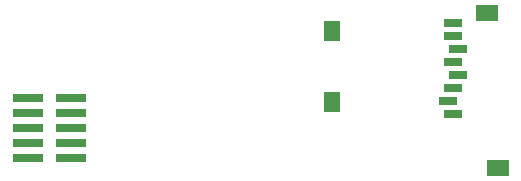
<source format=gbr>
G04 EAGLE Gerber RS-274X export*
G75*
%MOMM*%
%FSLAX34Y34*%
%LPD*%
%INSolderpaste Bottom*%
%IPPOS*%
%AMOC8*
5,1,8,0,0,1.08239X$1,22.5*%
G01*
%ADD10R,1.900000X1.400000*%
%ADD11R,1.400000X1.800000*%
%ADD12R,1.500000X0.700000*%
%ADD13R,2.600000X0.650000*%


D10*
X484650Y180150D03*
X493650Y48150D03*
D11*
X353650Y164150D03*
X353650Y104150D03*
D12*
X455650Y171150D03*
X455650Y160150D03*
X459650Y149150D03*
X455650Y138150D03*
X459650Y127150D03*
X455650Y116150D03*
X451650Y105150D03*
X455650Y94150D03*
D13*
X132800Y57150D03*
X132800Y69850D03*
X132800Y82550D03*
X132800Y95250D03*
X132800Y107950D03*
X95800Y57150D03*
X95800Y69850D03*
X95800Y82550D03*
X95800Y95250D03*
X95800Y107950D03*
M02*

</source>
